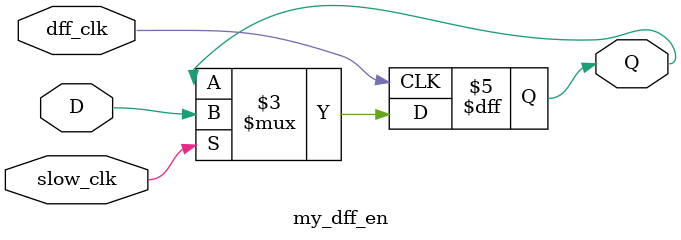
<source format=v>
`timescale 1ns / 1ps
module button_debounce(input btn,clk,output btn_out);

wire slow_clk_en;
wire Q1,Q2,Q2_bar;

slow_clk t1(clk,btn,slow_clk_en);
my_dff_en d1(clk,slow_clk_en,btn,Q1);
my_dff_en d2(clk,slow_clk_en,Q1,Q2);

assign Q2_bar = ~Q2;
assign btn_out = Q1 & Q2_bar & slow_clk_en;

endmodule

// Slow clock for downsampling 
/*module slow_clk(input sclk,btn, output slow_clk_en);
    reg [26:0]counter=0;
    always @(posedge sclk)
    begin
		counter <= (counter>=249999)?0:counter+1;
    end
	 assign slow_clk_en = (counter == 249999)?1'b1:1'b0;
endmodule*/
module slow_clk(input sclk,btn, output slow_clk_en);
    reg [26:0]counter=0;
    always @(posedge sclk)
    begin
		counter <= (counter>=499999)?0:counter+1;
    end
	 assign slow_clk_en = (counter == 499999)?1'b1:1'b0;
endmodule

// Dflipflop
module my_dff_en(input dff_clk, slow_clk,D, output reg Q);
	always @ (posedge dff_clk) begin
	if(slow_clk == 1) 
		  Q <= D;
	end
endmodule 
</source>
